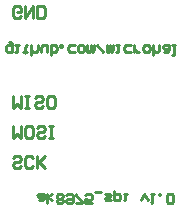
<source format=gbo>
G04 Layer_Color=13813960*
%FSLAX25Y25*%
%MOIN*%
G70*
G01*
G75*
%ADD20C,0.01000*%
D20*
X127666Y484168D02*
X126999Y483501D01*
X125666D01*
X125000Y484168D01*
Y486834D01*
X125666Y487500D01*
X126999D01*
X127666Y486834D01*
Y485501D01*
X126333D01*
X128999Y487500D02*
Y483501D01*
X131665Y487500D01*
Y483501D01*
X132997D02*
Y487500D01*
X134997D01*
X135663Y486834D01*
Y484168D01*
X134997Y483501D01*
X132997D01*
X125000Y457500D02*
Y453501D01*
X126333Y454834D01*
X127666Y453501D01*
Y457500D01*
X128999Y453501D02*
X130332D01*
X129665D01*
Y457500D01*
X128999D01*
X130332D01*
X134997Y454168D02*
X134330Y453501D01*
X132997D01*
X132331Y454168D01*
Y454834D01*
X132997Y455501D01*
X134330D01*
X134997Y456167D01*
Y456834D01*
X134330Y457500D01*
X132997D01*
X132331Y456834D01*
X138329Y453501D02*
X136996D01*
X136330Y454168D01*
Y456834D01*
X136996Y457500D01*
X138329D01*
X138996Y456834D01*
Y454168D01*
X138329Y453501D01*
X125000Y447500D02*
Y443501D01*
X126333Y444834D01*
X127666Y443501D01*
Y447500D01*
X130998Y443501D02*
X129665D01*
X128999Y444168D01*
Y446834D01*
X129665Y447500D01*
X130998D01*
X131665Y446834D01*
Y444168D01*
X130998Y443501D01*
X135663Y444168D02*
X134997Y443501D01*
X133664D01*
X132997Y444168D01*
Y444834D01*
X133664Y445501D01*
X134997D01*
X135663Y446167D01*
Y446834D01*
X134997Y447500D01*
X133664D01*
X132997Y446834D01*
X136996Y443501D02*
X138329D01*
X137663D01*
Y447500D01*
X136996D01*
X138329D01*
X127666Y434168D02*
X126999Y433501D01*
X125666D01*
X125000Y434168D01*
Y434834D01*
X125666Y435501D01*
X126999D01*
X127666Y436167D01*
Y436834D01*
X126999Y437500D01*
X125666D01*
X125000Y436834D01*
X131665Y434168D02*
X130998Y433501D01*
X129665D01*
X128999Y434168D01*
Y436834D01*
X129665Y437500D01*
X130998D01*
X131665Y436834D01*
X132997Y433501D02*
Y437500D01*
Y436167D01*
X135663Y433501D01*
X133664Y435501D01*
X135663Y437500D01*
X133533Y422867D02*
X134599D01*
X135133Y423400D01*
Y425000D01*
X133533D01*
X133000Y424467D01*
X133533Y423934D01*
X135133D01*
X136199Y425000D02*
Y421801D01*
Y423934D02*
X137799Y422867D01*
X136199Y423934D02*
X137799Y425000D01*
X139398Y422334D02*
X139931Y421801D01*
X140997D01*
X141531Y422334D01*
Y422867D01*
X140997Y423400D01*
X141531Y423934D01*
Y424467D01*
X140997Y425000D01*
X139931D01*
X139398Y424467D01*
Y423934D01*
X139931Y423400D01*
X139398Y422867D01*
Y422334D01*
X139931Y423400D02*
X140997D01*
X142597Y424467D02*
X143130Y425000D01*
X144196D01*
X144729Y424467D01*
Y422334D01*
X144196Y421801D01*
X143130D01*
X142597Y422334D01*
Y422867D01*
X143130Y423400D01*
X144729D01*
X145796Y421801D02*
X147929D01*
Y422334D01*
X145796Y424467D01*
Y425000D01*
X151128Y421801D02*
X148995D01*
Y423400D01*
X150061Y422867D01*
X150594D01*
X151128Y423400D01*
Y424467D01*
X150594Y425000D01*
X149528D01*
X148995Y424467D01*
X152194Y425533D02*
X154326D01*
X155393Y425000D02*
X156992D01*
X157525Y424467D01*
X156992Y423934D01*
X155926D01*
X155393Y423400D01*
X155926Y422867D01*
X157525D01*
X158592Y426066D02*
Y422867D01*
X160191D01*
X160724Y423400D01*
Y424467D01*
X160191Y425000D01*
X158592D01*
X161791D02*
X162857D01*
X162324D01*
Y422867D01*
X161791D01*
X167656D02*
X168722Y425000D01*
X169788Y422867D01*
X170854Y425000D02*
X171921D01*
X171388D01*
Y421801D01*
X170854Y422334D01*
X173520Y425000D02*
Y424467D01*
X174053D01*
Y425000D01*
X173520D01*
X176186Y422334D02*
X176719Y421801D01*
X177786D01*
X178319Y422334D01*
Y424467D01*
X177786Y425000D01*
X176719D01*
X176186Y424467D01*
Y422334D01*
X123566Y475566D02*
X124100D01*
X124633Y475033D01*
Y472367D01*
X123033D01*
X122500Y472900D01*
Y473967D01*
X123033Y474500D01*
X124633D01*
X125699D02*
X126765D01*
X126232D01*
Y472367D01*
X125699D01*
X128898Y471834D02*
Y472367D01*
X128365D01*
X129431D01*
X128898D01*
Y473967D01*
X129431Y474500D01*
X131031Y471301D02*
Y474500D01*
Y472900D01*
X131564Y472367D01*
X132630D01*
X133163Y472900D01*
Y474500D01*
X134230Y472367D02*
Y473967D01*
X134763Y474500D01*
X136362D01*
Y472367D01*
X137428Y471301D02*
Y474500D01*
X139028D01*
X139561Y473967D01*
Y473434D01*
Y472900D01*
X139028Y472367D01*
X137428D01*
X140628Y474500D02*
Y473967D01*
X141161D01*
Y474500D01*
X140628D01*
X145426Y472367D02*
X143826D01*
X143293Y472900D01*
Y473967D01*
X143826Y474500D01*
X145426D01*
X147025D02*
X148092D01*
X148625Y473967D01*
Y472900D01*
X148092Y472367D01*
X147025D01*
X146492Y472900D01*
Y473967D01*
X147025Y474500D01*
X149691D02*
Y472367D01*
X150224D01*
X150758Y472900D01*
Y474500D01*
Y472900D01*
X151291Y472367D01*
X151824Y472900D01*
Y474500D01*
X152890D02*
X155023Y472367D01*
X156089Y474500D02*
Y472367D01*
X156622D01*
X157156Y472900D01*
Y474500D01*
Y472900D01*
X157689Y472367D01*
X158222Y472900D01*
Y474500D01*
X159288D02*
X160354D01*
X159821D01*
Y472367D01*
X159288D01*
X164087D02*
X162487D01*
X161954Y472900D01*
Y473967D01*
X162487Y474500D01*
X164087D01*
X165153Y472367D02*
Y474500D01*
Y473434D01*
X165686Y472900D01*
X166219Y472367D01*
X166752D01*
X168885Y474500D02*
X169951D01*
X170484Y473967D01*
Y472900D01*
X169951Y472367D01*
X168885D01*
X168352Y472900D01*
Y473967D01*
X168885Y474500D01*
X171551Y471301D02*
Y474500D01*
Y472900D01*
X172084Y472367D01*
X173150D01*
X173684Y472900D01*
Y474500D01*
X175283Y472367D02*
X176349D01*
X176882Y472900D01*
Y474500D01*
X175283D01*
X174750Y473967D01*
X175283Y473434D01*
X176882D01*
X177949Y474500D02*
X179015D01*
X178482D01*
Y471301D01*
X177949D01*
M02*

</source>
